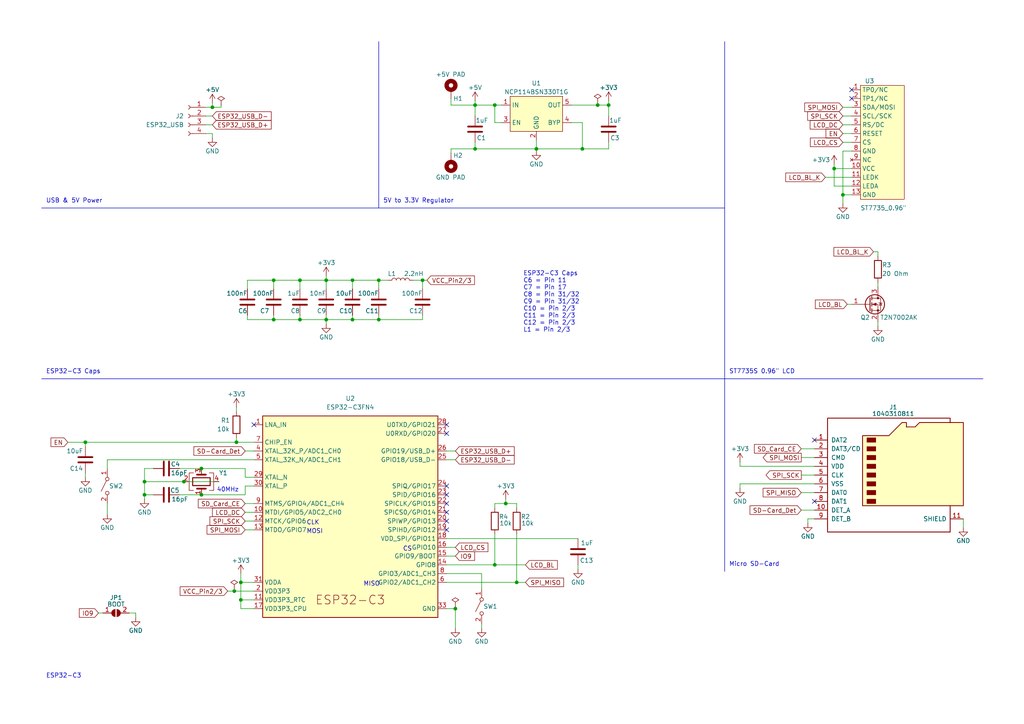
<source format=kicad_sch>
(kicad_sch (version 20230121) (generator eeschema)
  (paper "A4")
  (title_block (title "Switch Ornament") (date "2023-04-07") (rev "1.2"))
  (lib_symbols
    (symbol "Connector:Conn_01x04_Female" (pin_names (offset 1.016) hide)
      (property "Reference" "J" (at 0 5.08 0))
      (property "Value" "Conn_01x04_Female" (at 0 -7.62 0))
      (symbol "Conn_01x04_Female_1_1"
        (arc (start 0 -4.572) (mid -0.5058 -5.08) (end 0 -5.588) (stroke (width 0.1524)))
        (arc (start 0 -2.032) (mid -0.5058 -2.54) (end 0 -3.048) (stroke (width 0.1524)))
        (polyline (pts (xy -1.27 -5.08) (xy -0.508 -5.08)) (stroke (width 0.1524)))
        (polyline (pts (xy -1.27 -2.54) (xy -0.508 -2.54)) (stroke (width 0.1524)))
        (polyline (pts (xy -1.27 0) (xy -0.508 0)) (stroke (width 0.1524)))
        (polyline (pts (xy -1.27 2.54) (xy -0.508 2.54)) (stroke (width 0.1524)))
        (arc (start 0 0.508) (mid -0.5058 0) (end 0 -0.508) (stroke (width 0.1524)))
        (arc (start 0 3.048) (mid -0.5058 2.54) (end 0 2.032) (stroke (width 0.1524)))
        (pin passive line (at -5.08 2.54 0) (length 3.81) (name "Pin_1") (number "1"))
        (pin passive line (at -5.08 0 0) (length 3.81) (name "Pin_2") (number "2"))
        (pin passive line (at -5.08 -2.54 0) (length 3.81) (name "Pin_3") (number "3"))
        (pin passive line (at -5.08 -5.08 0) (length 3.81) (name "Pin_4") (number "4"))
      )
    )
    (symbol "Connector:Micro_SD_Card_Det" (pin_names (offset 1.016))
      (property "Reference" "J" (at -16.51 17.78 0))
      (property "Value" "Micro_SD_Card_Det" (at 16.51 17.78 0))
      (symbol "Micro_SD_Card_Det_0_1"
        (rectangle (start -7.62 -6.985) (end -5.08 -8.255) (fill (type outline)))
        (rectangle (start -7.62 -4.445) (end -5.08 -5.715) (fill (type outline)))
        (rectangle (start -7.62 -1.905) (end -5.08 -3.175) (fill (type outline)))
        (rectangle (start -7.62 0.635) (end -5.08 -0.635) (fill (type outline)))
        (rectangle (start -7.62 3.175) (end -5.08 1.905) (fill (type outline)))
        (rectangle (start -7.62 5.715) (end -5.08 4.445) (fill (type outline)))
        (rectangle (start -7.62 8.255) (end -5.08 6.985) (fill (type outline)))
        (rectangle (start -7.62 10.795) (end -5.08 9.525) (fill (type outline)))
        (polyline (pts (xy 16.51 15.24) (xy 16.51 16.51) (xy -19.05 16.51) (xy -19.05 -16.51) (xy 16.51 -16.51) (xy 16.51 -8.89)) (stroke (width 0.254)))
        (polyline (pts (xy -8.89 -8.89) (xy -8.89 11.43) (xy -1.27 11.43) (xy 2.54 15.24) (xy 3.81 15.24) (xy 3.81 13.97) (xy 6.35 13.97) (xy 7.62 15.24) (xy 20.32 15.24) (xy 20.32 -8.89) (xy -8.89 -8.89)) (stroke (width 0.254)) (fill (type background)))
      )
      (symbol "Micro_SD_Card_Det_1_1"
        (pin bidirectional line (at -22.86 10.16 0) (length 3.81) (name "DAT2") (number "1"))
        (pin passive line (at -22.86 -10.16 0) (length 3.81) (name "DET_A") (number "10"))
        (pin passive line (at 20.32 -12.7 180) (length 3.81) (name "SHIELD") (number "11"))
        (pin bidirectional line (at -22.86 7.62 0) (length 3.81) (name "DAT3/CD") (number "2"))
        (pin input line (at -22.86 5.08 0) (length 3.81) (name "CMD") (number "3"))
        (pin power_in line (at -22.86 2.54 0) (length 3.81) (name "VDD") (number "4"))
        (pin input line (at -22.86 0 0) (length 3.81) (name "CLK") (number "5"))
        (pin power_in line (at -22.86 -2.54 0) (length 3.81) (name "VSS") (number "6"))
        (pin bidirectional line (at -22.86 -5.08 0) (length 3.81) (name "DAT0") (number "7"))
        (pin bidirectional line (at -22.86 -7.62 0) (length 3.81) (name "DAT1") (number "8"))
        (pin passive line (at -22.86 -12.7 0) (length 3.81) (name "DET_B") (number "9"))
      )
    )
    (symbol "Device:C" (pin_numbers hide) (pin_names (offset 0.254))
      (property "Reference" "C" (at 0.635 2.54 0))
      (property "Value" "C" (at 0.635 -2.54 0))
      (symbol "C_0_1"
        (polyline (pts (xy -2.032 -0.762) (xy 2.032 -0.762)) (stroke (width 0.508)))
        (polyline (pts (xy -2.032 0.762) (xy 2.032 0.762)) (stroke (width 0.508)))
      )
      (symbol "C_1_1"
        (pin passive line (at 0 3.81 270) (length 2.794) (name "~") (number "1"))
        (pin passive line (at 0 -3.81 90) (length 2.794) (name "~") (number "2"))
      )
    )
    (symbol "Device:Crystal_GND24" (pin_names (offset 1.016) hide)
      (property "Reference" "Y" (at 3.175 5.08 0))
      (property "Value" "Crystal_GND24" (at 3.175 3.175 0))
      (symbol "Crystal_GND24_0_1"
        (rectangle (start -1.143 2.54) (end 1.143 -2.54) (stroke (width 0.3048)))
        (polyline (pts (xy -2.54 0) (xy -2.032 0)))
        (polyline (pts (xy -2.032 -1.27) (xy -2.032 1.27)) (stroke (width 0.508)))
        (polyline (pts (xy 0 -3.81) (xy 0 -3.556)))
        (polyline (pts (xy 0 3.556) (xy 0 3.81)))
        (polyline (pts (xy 2.032 -1.27) (xy 2.032 1.27)) (stroke (width 0.508)))
        (polyline (pts (xy 2.032 0) (xy 2.54 0)))
        (polyline (pts (xy -2.54 -2.286) (xy -2.54 -3.556) (xy 2.54 -3.556) (xy 2.54 -2.286)))
        (polyline (pts (xy -2.54 2.286) (xy -2.54 3.556) (xy 2.54 3.556) (xy 2.54 2.286)))
      )
      (symbol "Crystal_GND24_1_1"
        (pin passive line (at -3.81 0 0) (length 1.27) (name "1") (number "1"))
        (pin passive line (at 0 5.08 270) (length 1.27) (name "2") (number "2"))
        (pin passive line (at 3.81 0 180) (length 1.27) (name "3") (number "3"))
        (pin passive line (at 0 -5.08 90) (length 1.27) (name "4") (number "4"))
      )
    )
    (symbol "Device:L" (pin_numbers hide) (pin_names (offset 1.016) hide)
      (property "Reference" "L" (at -1.27 0 90))
      (property "Value" "L" (at 1.905 0 90))
      (symbol "L_0_1"
        (arc (start 0 -2.54) (mid 0.6323 -1.905) (end 0 -1.27))
        (arc (start 0 -1.27) (mid 0.6323 -0.635) (end 0 0))
        (arc (start 0 0) (mid 0.6323 0.635) (end 0 1.27))
        (arc (start 0 1.27) (mid 0.6323 1.905) (end 0 2.54))
      )
      (symbol "L_1_1"
        (pin passive line (at 0 3.81 270) (length 1.27) (name "1") (number "1"))
        (pin passive line (at 0 -3.81 90) (length 1.27) (name "2") (number "2"))
      )
    )
    (symbol "Device:R" (pin_numbers hide) (pin_names (offset 0))
      (property "Reference" "R" (at 2.032 0 90))
      (property "Value" "R" (at 0 0 90))
      (symbol "R_0_1"
        (rectangle (start -1.016 -2.54) (end 1.016 2.54) (stroke (width 0.254)))
      )
      (symbol "R_1_1"
        (pin passive line (at 0 3.81 270) (length 1.27) (name "~") (number "1"))
        (pin passive line (at 0 -3.81 90) (length 1.27) (name "~") (number "2"))
      )
    )
    (symbol "Display:ST7735_0.96{dblquote}"
      (property "Reference" "U" (at 1.27 1.27 0))
      (property "Value" "ST7735_0.96{dblquote}" (at 6.35 -34.29 0))
      (symbol "ST7735_0.96{dblquote}_0_1"
        (rectangle (start 0 0) (end 12.7 -33.02) (fill (type background)))
      )
      (symbol "ST7735_0.96{dblquote}_1_1"
        (pin input line (at -2.54 -1.27 0) (length 2.54) (name "TP0/NC") (number "1"))
        (pin input line (at -2.54 -24.13 0) (length 2.54) (name "VCC") (number "10"))
        (pin input line (at -2.54 -26.67 0) (length 2.54) (name "LEDK") (number "11"))
        (pin input line (at -2.54 -29.21 0) (length 2.54) (name "LEDA") (number "12"))
        (pin input line (at -2.54 -31.75 0) (length 2.54) (name "GND") (number "13"))
        (pin input line (at -2.54 -3.81 0) (length 2.54) (name "TP1/NC") (number "2"))
        (pin input line (at -2.54 -6.35 0) (length 2.54) (name "SDA/MOSI") (number "3"))
        (pin input line (at -2.54 -8.89 0) (length 2.54) (name "SCL/SCK") (number "4"))
        (pin input line (at -2.54 -11.43 0) (length 2.54) (name "RS/DC") (number "5"))
        (pin input line (at -2.54 -13.97 0) (length 2.54) (name "RESET") (number "6"))
        (pin input line (at -2.54 -16.51 0) (length 2.54) (name "CS") (number "7"))
        (pin input line (at -2.54 -19.05 0) (length 2.54) (name "GND") (number "8"))
        (pin no_connect line (at -2.54 -21.59 0) (length 2.54) (name "NC") (number "9"))
      )
    )
    (symbol "Espressif:ESP32-C3"
      (property "Reference" "U" (at -25.4 35.56 0))
      (property "Value" "ESP32-C3" (at -25.4 33.02 0))
      (symbol "ESP32-C3_0_0"
        (text "ESP32-C3" (at 0 -22.86 0) (effects (font (size 2.54 2.54))))
        (pin bidirectional line (at -27.94 27.94 0) (length 2.54) (name "LNA_IN") (number "1"))
        (pin bidirectional line (at -27.94 2.54 0) (length 2.54) (name "MTDI/GPIO5/ADC2_CH0") (number "10"))
        (pin power_in line (at -27.94 -22.86 0) (length 2.54) (name "VDD3P3_RTC") (number "11"))
        (pin bidirectional line (at -27.94 0 0) (length 2.54) (name "MTCK/GPIO6") (number "12"))
        (pin bidirectional line (at -27.94 -2.54 0) (length 2.54) (name "MTDO/GPIO7") (number "13"))
        (pin bidirectional line (at 27.94 -12.7 180) (length 2.54) (name "GPIO8") (number "14"))
        (pin bidirectional line (at 27.94 -10.16 180) (length 2.54) (name "GPIO9/BOOT") (number "15"))
        (pin bidirectional line (at 27.94 -7.62 180) (length 2.54) (name "GPIO10") (number "16"))
        (pin power_in line (at -27.94 -25.4 0) (length 2.54) (name "VDD3P3_CPU") (number "17"))
        (pin bidirectional line (at 27.94 -5.08 180) (length 2.54) (name "VDD_SPI/GPIO11") (number "18"))
        (pin bidirectional line (at 27.94 -2.54 180) (length 2.54) (name "SPIHD/GPIO12") (number "19"))
        (pin power_in line (at -27.94 -20.32 0) (length 2.54) (name "VDD3P3") (number "2"))
        (pin bidirectional line (at 27.94 0 180) (length 2.54) (name "SPIWP/GPIO13") (number "20"))
        (pin bidirectional line (at 27.94 2.54 180) (length 2.54) (name "SPICS0/GPIO14") (number "21"))
        (pin bidirectional line (at 27.94 5.08 180) (length 2.54) (name "SPICLK/GPIO15") (number "22"))
        (pin bidirectional line (at 27.94 7.62 180) (length 2.54) (name "SPID/GPIO16") (number "23"))
        (pin bidirectional line (at 27.94 10.16 180) (length 2.54) (name "SPIQ/GPIO17") (number "24"))
        (pin bidirectional line (at 27.94 17.78 180) (length 2.54) (name "GPIO18/USB_D-") (number "25"))
        (pin bidirectional line (at 27.94 20.32 180) (length 2.54) (name "GPIO19/USB_D+") (number "26"))
        (pin bidirectional line (at 27.94 25.4 180) (length 2.54) (name "U0RXD/GPIO20") (number "27"))
        (pin bidirectional line (at 27.94 27.94 180) (length 2.54) (name "U0TXD/GPIO21") (number "28"))
        (pin output line (at -27.94 12.7 0) (length 2.54) (name "XTAL_N") (number "29"))
        (pin input line (at -27.94 10.16 0) (length 2.54) (name "XTAL_P") (number "30"))
        (pin power_in line (at -27.94 -17.78 0) (length 2.54) (name "VDDA") (number "31"))
        (pin power_in line (at 27.94 -25.4 180) (length 2.54) (name "GND") (number "33"))
        (pin output line (at -27.94 20.32 0) (length 2.54) (name "XTAL_32K_P/ADC1_CH0") (number "4"))
        (pin input line (at -27.94 17.78 0) (length 2.54) (name "XTAL_32K_N/ADC1_CH1") (number "5"))
        (pin bidirectional line (at 27.94 -17.78 180) (length 2.54) (name "GPIO2/ADC1_CH2") (number "6"))
        (pin input line (at -27.94 22.86 0) (length 2.54) (name "CHIP_EN") (number "7"))
        (pin bidirectional line (at 27.94 -15.24 180) (length 2.54) (name "GPIO3/ADC1_CH3") (number "8"))
        (pin bidirectional line (at -27.94 5.08 0) (length 2.54) (name "MTMS/GPIO4/ADC1_CH4") (number "9"))
      )
      (symbol "ESP32-C3_0_1"
        (rectangle (start -25.4 30.48) (end 25.4 -27.94) (stroke (width 0.254)) (fill (type background)))
        (pin passive line (at -27.94 -20.32 0) (length 2.54) hide (name "VDD3P3") (number "3"))
        (pin passive line (at -27.94 -17.78 0) (length 2.54) hide (name "VDDA") (number "32"))
      )
    )
    (symbol "Jumper:SolderJumper_2_Open" (pin_names (offset 0) hide)
      (property "Reference" "JP" (at 0 2.032 0))
      (property "Value" "SolderJumper_2_Open" (at 0 -2.54 0))
      (symbol "SolderJumper_2_Open_0_1"
        (arc (start -0.254 1.016) (mid -1.2656 0) (end -0.254 -1.016))
        (arc (start -0.254 1.016) (mid -1.2656 0) (end -0.254 -1.016) (fill (type outline)))
        (polyline (pts (xy -0.254 1.016) (xy -0.254 -1.016)))
        (polyline (pts (xy 0.254 1.016) (xy 0.254 -1.016)))
        (arc (start 0.254 -1.016) (mid 1.2656 0) (end 0.254 1.016))
        (arc (start 0.254 -1.016) (mid 1.2656 0) (end 0.254 1.016) (fill (type outline)))
      )
      (symbol "SolderJumper_2_Open_1_1"
        (pin passive line (at -3.81 0 0) (length 2.54) (name "A") (number "1"))
        (pin passive line (at 3.81 0 180) (length 2.54) (name "B") (number "2"))
      )
    )
    (symbol "Mechanical:MountingHole_Pad" (pin_numbers hide) (pin_names (offset 1.016) hide)
      (property "Reference" "H" (at 0 6.35 0))
      (property "Value" "MountingHole_Pad" (at 0 4.445 0))
      (symbol "MountingHole_Pad_0_1"
        (circle (center 0 1.27) (radius 1.27) (stroke (width 1.27)))
      )
      (symbol "MountingHole_Pad_1_1"
        (pin input line (at 0 -2.54 90) (length 2.54) (name "1") (number "1"))
      )
    )
    (symbol "NCP700BSN33T1G:NCP700BSN33T1G"
      (property "Reference" "U" (at 0 11.43 0))
      (property "Value" "NCP700BSN33T1G" (at 0 8.89 0))
      (symbol "NCP700BSN33T1G_0_1"
        (rectangle (start -7.62 7.62) (end 7.62 -2.54) (fill (type background)))
      )
      (symbol "NCP700BSN33T1G_1_1"
        (pin input line (at -10.16 5.08 0) (length 2.54) (name "IN") (number "1"))
        (pin input line (at 0 -5.08 90) (length 2.54) (name "GND") (number "2"))
        (pin input line (at -10.16 0 0) (length 2.54) (name "EN") (number "3"))
        (pin input line (at 10.16 0 180) (length 2.54) (name "BYP") (number "4"))
        (pin input line (at 10.16 5.08 180) (length 2.54) (name "OUT") (number "5"))
      )
    )
    (symbol "Switch:SW_SPST" (pin_names (offset 0) hide)
      (property "Reference" "SW" (at 0 3.175 0))
      (property "Value" "SW_SPST" (at 0 -2.54 0))
      (symbol "SW_SPST_0_0"
        (circle (center -2.032 0) (radius 0.508))
        (polyline (pts (xy -1.524 0.254) (xy 1.524 1.778)))
        (circle (center 2.032 0) (radius 0.508))
      )
      (symbol "SW_SPST_1_1"
        (pin passive line (at -5.08 0 0) (length 2.54) (name "A") (number "1"))
        (pin passive line (at 5.08 0 180) (length 2.54) (name "B") (number "2"))
      )
    )
    (symbol "Transistor_FET:2N7002E" (pin_names hide)
      (property "Reference" "Q" (at 5.08 1.905 0))
      (property "Value" "2N7002E" (at 5.08 0 0))
      (symbol "2N7002E_0_1"
        (polyline (pts (xy 0.254 0) (xy -2.54 0)))
        (polyline (pts (xy 0.254 1.905) (xy 0.254 -1.905)) (stroke (width 0.254)))
        (polyline (pts (xy 0.762 -1.27) (xy 0.762 -2.286)) (stroke (width 0.254)))
        (polyline (pts (xy 0.762 0.508) (xy 0.762 -0.508)) (stroke (width 0.254)))
        (polyline (pts (xy 0.762 2.286) (xy 0.762 1.27)) (stroke (width 0.254)))
        (polyline (pts (xy 2.54 2.54) (xy 2.54 1.778)))
        (polyline (pts (xy 2.54 -2.54) (xy 2.54 0) (xy 0.762 0)))
        (polyline (pts (xy 0.762 -1.778) (xy 3.302 -1.778) (xy 3.302 1.778) (xy 0.762 1.778)))
        (polyline (pts (xy 1.016 0) (xy 2.032 0.381) (xy 2.032 -0.381) (xy 1.016 0)) (fill (type outline)))
        (polyline (pts (xy 2.794 0.508) (xy 2.921 0.381) (xy 3.683 0.381) (xy 3.81 0.254)))
        (polyline (pts (xy 3.302 0.381) (xy 2.921 -0.254) (xy 3.683 -0.254) (xy 3.302 0.381)))
        (circle (center 1.651 0) (radius 2.794) (stroke (width 0.254)))
        (circle (center 2.54 -1.778) (radius 0.254) (fill (type outline)))
        (circle (center 2.54 1.778) (radius 0.254) (fill (type outline)))
      )
      (symbol "2N7002E_1_1"
        (pin input line (at -5.08 0 0) (length 2.54) (name "G") (number "1"))
        (pin passive line (at 2.54 -5.08 90) (length 2.54) (name "S") (number "2"))
        (pin passive line (at 2.54 5.08 270) (length 2.54) (name "D") (number "3"))
      )
    )
    (symbol "power:+3V3" (power) (pin_names (offset 0))
      (property "Value" "+3V3" (at 0 3.556 0))
      (symbol "+3V3_0_1"
        (polyline (pts (xy -0.762 1.27) (xy 0 2.54)))
        (polyline (pts (xy 0 0) (xy 0 2.54)))
        (polyline (pts (xy 0 2.54) (xy 0.762 1.27)))
      )
      (symbol "+3V3_1_1"
        (pin power_in line (at 0 0 90) (length 0) hide (name "+3V3") (number "1"))
      )
    )
    (symbol "power:+5V" (power) (pin_names (offset 0))
      (property "Value" "+5V" (at 0 3.556 0))
      (symbol "+5V_0_1"
        (polyline (pts (xy -0.762 1.27) (xy 0 2.54)))
        (polyline (pts (xy 0 0) (xy 0 2.54)))
        (polyline (pts (xy 0 2.54) (xy 0.762 1.27)))
      )
      (symbol "+5V_1_1"
        (pin power_in line (at 0 0 90) (length 0) hide (name "+5V") (number "1"))
      )
    )
    (symbol "power:GND" (power) (pin_names (offset 0))
      (property "Value" "GND" (at 0 -3.81 0))
      (symbol "GND_0_1"
        (polyline (pts (xy 0 0) (xy 0 -1.27) (xy 1.27 -1.27) (xy 0 -2.54) (xy -1.27 -1.27) (xy 0 -1.27)))
      )
      (symbol "GND_1_1"
        (pin power_in line (at 0 0 270) (length 0) hide (name "GND") (number "1"))
      )
    )
    (symbol "power:PWR_FLAG" (power) (pin_numbers hide) (pin_names (offset 0) hide)
      (property "Value" "PWR_FLAG" (at 0 3.81 0))
      (symbol "PWR_FLAG_0_0"
        (pin power_out line (at 0 0 90) (length 0) (name "pwr") (number "1"))
      )
      (symbol "PWR_FLAG_0_1"
        (polyline (pts (xy 0 0) (xy 0 1.27) (xy -1.016 1.905) (xy 0 2.54) (xy 1.016 1.905) (xy 0 1.27)))
      )
    )
  )
  (junction (at 244.475 56.515))
  (junction (at 143.51 163.83))
  (junction (at 86.995 81.28))
  (junction (at 58.42 135.89))
  (junction (at 143.51 30.48))
  (junction (at 109.855 81.28))
  (junction (at 173.355 30.48))
  (junction (at 146.685 146.05))
  (junction (at 61.595 31.115))
  (junction (at 94.615 81.28))
  (junction (at 68.58 128.27))
  (junction (at 69.85 173.99))
  (junction (at 137.795 30.48))
  (junction (at 79.375 92.71))
  (junction (at 86.995 92.71))
  (junction (at 67.945 171.45))
  (junction (at 109.855 92.71))
  (junction (at 58.42 143.51))
  (junction (at 168.91 43.18))
  (junction (at 137.795 43.18))
  (junction (at 79.375 81.28))
  (junction (at 176.53 30.48))
  (junction (at 155.575 43.18))
  (junction (at 122.555 81.28))
  (junction (at 53.34 139.7))
  (junction (at 102.235 81.28))
  (junction (at 41.91 143.51))
  (junction (at 69.85 168.91))
  (junction (at 102.235 92.71))
  (junction (at 241.935 48.895))
  (junction (at 94.615 92.71))
  (junction (at 24.765 128.27))
  (junction (at 41.91 139.7))
  (junction (at 132.08 176.53))
  (junction (at 149.86 168.91))
  (no_connect (at 129.54 146.05))
  (no_connect (at 129.54 153.67))
  (no_connect (at 129.54 151.13))
  (no_connect (at 129.54 143.51))
  (no_connect (at 236.22 127.635))
  (no_connect (at 247.015 28.575))
  (no_connect (at 247.015 26.035))
  (no_connect (at 129.54 148.59))
  (no_connect (at 73.66 123.19))
  (no_connect (at 129.54 123.19))
  (no_connect (at 129.54 125.73))
  (no_connect (at 129.54 140.97))
  (no_connect (at 236.22 145.415))
  (wire (pts (xy 173.355 30.48) (xy 176.53 30.48)))
  (wire (pts (xy 143.51 163.83) (xy 152.4 163.83)))
  (wire (pts (xy 94.615 80.01) (xy 94.615 81.28)))
  (wire (pts (xy 146.685 144.78) (xy 146.685 146.05)))
  (wire (pts (xy 132.08 176.53) (xy 129.54 176.53)))
  (wire (pts (xy 244.475 31.115) (xy 247.015 31.115)))
  (wire (pts (xy 129.54 168.91) (xy 149.86 168.91)))
  (wire (pts (xy 234.315 150.495) (xy 236.22 150.495)))
  (wire (pts (xy 253.365 73.025) (xy 254.635 73.025)))
  (wire (pts (xy 71.755 81.28) (xy 79.375 81.28)))
  (wire (pts (xy 71.755 81.28) (xy 71.755 83.82)))
  (wire (pts (xy 149.86 168.91) (xy 152.4 168.91)))
  (wire (pts (xy 61.595 29.845) (xy 61.595 31.115)))
  (wire (pts (xy 122.555 92.71) (xy 109.855 92.71)))
  (wire (pts (xy 52.07 143.51) (xy 58.42 143.51)))
  (wire (pts (xy 137.795 30.48) (xy 137.795 33.655)))
  (wire (pts (xy 109.855 81.28) (xy 102.235 81.28)))
  (wire (pts (xy 86.995 92.71) (xy 94.615 92.71)))
  (wire (pts (xy 247.015 43.815) (xy 244.475 43.815)))
  (wire (pts (xy 123.825 81.28) (xy 122.555 81.28)))
  (wire (pts (xy 79.375 92.71) (xy 86.995 92.71)))
  (wire (pts (xy 67.945 170.815) (xy 67.945 171.45)))
  (wire (pts (xy 19.685 128.27) (xy 24.765 128.27)))
  (wire (pts (xy 61.595 33.655) (xy 59.69 33.655)))
  (wire (pts (xy 245.745 88.265) (xy 247.015 88.265)))
  (wire (pts (xy 168.91 35.56) (xy 168.91 43.18)))
  (wire (pts (xy 53.34 139.7) (xy 63.5 139.7)))
  (wire (pts (xy 122.555 91.44) (xy 122.555 92.71)))
  (wire (pts (xy 132.08 130.81) (xy 129.54 130.81)))
  (wire (pts (xy 41.91 143.51) (xy 41.91 144.78)))
  (wire (pts (xy 149.86 154.94) (xy 149.86 168.91)))
  (wire (pts (xy 86.995 91.44) (xy 86.995 92.71)))
  (wire (pts (xy 102.235 81.28) (xy 94.615 81.28)))
  (wire (pts (xy 73.66 138.43) (xy 71.12 138.43)))
  (wire (pts (xy 24.765 128.27) (xy 68.58 128.27)))
  (wire (pts (xy 69.85 168.91) (xy 69.85 173.99)))
  (wire (pts (xy 254.635 81.915) (xy 254.635 83.185)))
  (wire (pts (xy 71.12 140.97) (xy 71.12 143.51)))
  (wire (pts (xy 41.91 143.51) (xy 44.45 143.51)))
  (wire (pts (xy 232.41 137.795) (xy 236.22 137.795)))
  (wire (pts (xy 94.615 92.71) (xy 94.615 91.44)))
  (wire (pts (xy 155.575 43.18) (xy 168.91 43.18)))
  (wire (pts (xy 143.51 35.56) (xy 143.51 30.48)))
  (wire (pts (xy 71.755 91.44) (xy 71.755 92.71)))
  (polyline (pts (xy 12.065 60.325) (xy 210.185 60.325)))
  (wire (pts (xy 102.235 83.82) (xy 102.235 81.28)))
  (wire (pts (xy 139.7 166.37) (xy 139.7 170.815)))
  (wire (pts (xy 137.795 41.275) (xy 137.795 43.18)))
  (wire (pts (xy 44.45 135.89) (xy 41.91 135.89)))
  (wire (pts (xy 68.58 118.11) (xy 68.58 119.38)))
  (wire (pts (xy 129.54 163.83) (xy 143.51 163.83)))
  (wire (pts (xy 58.42 135.89) (xy 71.12 135.89)))
  (wire (pts (xy 143.51 163.83) (xy 143.51 154.94)))
  (wire (pts (xy 232.41 132.715) (xy 236.22 132.715)))
  (wire (pts (xy 244.475 56.515) (xy 247.015 56.515)))
  (wire (pts (xy 129.54 158.75) (xy 132.08 158.75)))
  (wire (pts (xy 244.475 43.815) (xy 244.475 56.515)))
  (wire (pts (xy 214.63 133.985) (xy 214.63 135.255)))
  (wire (pts (xy 109.855 81.28) (xy 109.855 83.82)))
  (wire (pts (xy 68.58 128.27) (xy 73.66 128.27)))
  (wire (pts (xy 247.015 53.975) (xy 241.935 53.975)))
  (wire (pts (xy 143.51 35.56) (xy 145.415 35.56)))
  (wire (pts (xy 39.37 177.8) (xy 37.465 177.8)))
  (wire (pts (xy 176.53 41.275) (xy 176.53 43.18)))
  (wire (pts (xy 102.235 92.71) (xy 94.615 92.71)))
  (wire (pts (xy 86.995 81.28) (xy 86.995 83.82)))
  (wire (pts (xy 24.765 128.27) (xy 24.765 129.54)))
  (wire (pts (xy 71.12 130.81) (xy 73.66 130.81)))
  (wire (pts (xy 149.86 146.05) (xy 146.685 146.05)))
  (wire (pts (xy 79.375 81.28) (xy 86.995 81.28)))
  (wire (pts (xy 143.51 30.48) (xy 145.415 30.48)))
  (wire (pts (xy 31.115 133.35) (xy 73.66 133.35)))
  (wire (pts (xy 130.81 28.575) (xy 130.81 30.48)))
  (wire (pts (xy 71.755 92.71) (xy 79.375 92.71)))
  (wire (pts (xy 109.855 92.71) (xy 102.235 92.71)))
  (wire (pts (xy 254.635 93.345) (xy 254.635 94.615)))
  (wire (pts (xy 279.4 150.495) (xy 279.4 153.035)))
  (wire (pts (xy 130.81 43.18) (xy 137.795 43.18)))
  (wire (pts (xy 122.555 81.28) (xy 122.555 83.82)))
  (wire (pts (xy 241.935 53.975) (xy 241.935 48.895)))
  (wire (pts (xy 41.91 139.7) (xy 53.34 139.7)))
  (wire (pts (xy 137.795 29.21) (xy 137.795 30.48)))
  (wire (pts (xy 73.66 140.97) (xy 71.12 140.97)))
  (wire (pts (xy 129.54 156.21) (xy 167.64 156.21)))
  (wire (pts (xy 165.735 35.56) (xy 168.91 35.56)))
  (wire (pts (xy 71.12 138.43) (xy 71.12 135.89)))
  (wire (pts (xy 241.935 48.895) (xy 247.015 48.895)))
  (wire (pts (xy 69.85 173.99) (xy 69.85 176.53)))
  (wire (pts (xy 71.12 153.67) (xy 73.66 153.67)))
  (wire (pts (xy 58.42 143.51) (xy 71.12 143.51)))
  (wire (pts (xy 31.115 135.89) (xy 31.115 133.35)))
  (wire (pts (xy 73.66 173.99) (xy 69.85 173.99)))
  (polyline (pts (xy 210.185 12.065) (xy 210.185 165.735)))
  (wire (pts (xy 52.07 135.89) (xy 58.42 135.89)))
  (wire (pts (xy 66.04 171.45) (xy 67.945 171.45)))
  (wire (pts (xy 94.615 92.71) (xy 94.615 93.98)))
  (wire (pts (xy 28.575 177.8) (xy 29.845 177.8)))
  (wire (pts (xy 61.595 36.195) (xy 59.69 36.195)))
  (wire (pts (xy 129.54 166.37) (xy 139.7 166.37)))
  (wire (pts (xy 71.12 151.13) (xy 73.66 151.13)))
  (wire (pts (xy 173.355 29.845) (xy 173.355 30.48)))
  (wire (pts (xy 155.575 43.815) (xy 155.575 43.18)))
  (wire (pts (xy 214.63 141.605) (xy 214.63 140.335)))
  (wire (pts (xy 254.635 73.025) (xy 254.635 74.295)))
  (wire (pts (xy 139.7 180.975) (xy 139.7 182.245)))
  (polyline (pts (xy 109.855 12.065) (xy 109.855 60.325)))
  (wire (pts (xy 176.53 29.21) (xy 176.53 30.48)))
  (wire (pts (xy 69.85 168.91) (xy 73.66 168.91)))
  (wire (pts (xy 244.475 36.195) (xy 247.015 36.195)))
  (wire (pts (xy 143.51 30.48) (xy 137.795 30.48)))
  (wire (pts (xy 132.08 175.895) (xy 132.08 176.53)))
  (wire (pts (xy 68.58 127) (xy 68.58 128.27)))
  (wire (pts (xy 132.08 182.245) (xy 132.08 176.53)))
  (wire (pts (xy 79.375 81.28) (xy 79.375 83.82)))
  (wire (pts (xy 112.395 81.28) (xy 109.855 81.28)))
  (wire (pts (xy 143.51 146.05) (xy 143.51 147.32)))
  (wire (pts (xy 39.37 179.07) (xy 39.37 177.8)))
  (wire (pts (xy 31.115 146.05) (xy 31.115 149.225)))
  (wire (pts (xy 67.945 171.45) (xy 73.66 171.45)))
  (wire (pts (xy 244.475 41.275) (xy 247.015 41.275)))
  (wire (pts (xy 61.595 38.735) (xy 61.595 40.005)))
  (wire (pts (xy 79.375 91.44) (xy 79.375 92.71)))
  (wire (pts (xy 41.91 139.7) (xy 41.91 143.51)))
  (wire (pts (xy 241.935 47.625) (xy 241.935 48.895)))
  (wire (pts (xy 73.66 176.53) (xy 69.85 176.53)))
  (wire (pts (xy 41.91 135.89) (xy 41.91 139.7)))
  (wire (pts (xy 155.575 40.64) (xy 155.575 43.18)))
  (wire (pts (xy 214.63 140.335) (xy 236.22 140.335)))
  (wire (pts (xy 61.595 38.735) (xy 59.69 38.735)))
  (wire (pts (xy 64.135 30.48) (xy 64.135 31.115)))
  (wire (pts (xy 232.41 142.875) (xy 236.22 142.875)))
  (wire (pts (xy 71.12 148.59) (xy 73.66 148.59)))
  (wire (pts (xy 234.315 151.765) (xy 234.315 150.495)))
  (wire (pts (xy 176.53 33.655) (xy 176.53 30.48)))
  (wire (pts (xy 244.475 59.055) (xy 244.475 56.515)))
  (wire (pts (xy 129.54 161.29) (xy 132.08 161.29)))
  (wire (pts (xy 94.615 81.28) (xy 94.615 83.82)))
  (wire (pts (xy 167.64 165.1) (xy 167.64 163.83)))
  (wire (pts (xy 64.135 31.115) (xy 61.595 31.115)))
  (wire (pts (xy 244.475 33.655) (xy 247.015 33.655)))
  (wire (pts (xy 214.63 135.255) (xy 236.22 135.255)))
  (polyline (pts (xy 12.065 109.855) (xy 285.115 109.855)))
  (wire (pts (xy 130.81 44.45) (xy 130.81 43.18)))
  (wire (pts (xy 176.53 43.18) (xy 168.91 43.18)))
  (wire (pts (xy 71.12 146.05) (xy 73.66 146.05)))
  (wire (pts (xy 232.41 130.175) (xy 236.22 130.175)))
  (wire (pts (xy 130.81 30.48) (xy 137.795 30.48)))
  (wire (pts (xy 165.735 30.48) (xy 173.355 30.48)))
  (wire (pts (xy 69.85 168.91) (xy 69.85 166.37)))
  (wire (pts (xy 86.995 81.28) (xy 94.615 81.28)))
  (wire (pts (xy 132.08 133.35) (xy 129.54 133.35)))
  (wire (pts (xy 244.475 38.735) (xy 247.015 38.735)))
  (wire (pts (xy 232.41 147.955) (xy 236.22 147.955)))
  (wire (pts (xy 24.765 138.43) (xy 24.765 137.16)))
  (wire (pts (xy 122.555 81.28) (xy 120.015 81.28)))
  (wire (pts (xy 239.395 51.435) (xy 247.015 51.435)))
  (wire (pts (xy 109.855 91.44) (xy 109.855 92.71)))
  (wire (pts (xy 149.86 146.05) (xy 149.86 147.32)))
  (wire (pts (xy 146.685 146.05) (xy 143.51 146.05)))
  (wire (pts (xy 102.235 91.44) (xy 102.235 92.71)))
  (wire (pts (xy 61.595 31.115) (xy 59.69 31.115)))
  (wire (pts (xy 137.795 43.18) (xy 155.575 43.18)))
  (text "ST7735S 0.96\" LCD" (at 211.455 108.585 0) (effects (font (size 1.27 1.27)) (justify left bottom)))
  (text "CLK" (at 88.9 152.4 0) (effects (font (size 1.27 1.27)) (justify left bottom)))
  (text "40MHz" (at 62.865 142.875 0) (effects (font (size 1.27 1.27)) (justify left bottom)))
  (text "USB & 5V Power" (at 13.335 59.055 0) (effects (font (size 1.27 1.27)) (justify left bottom)))
  (text "CS" (at 116.84 160.02 0) (effects (font (size 1.27 1.27)) (justify left bottom)))
  (text "ESP32-C3 Caps" (at 13.335 108.585 0) (effects (font (size 1.27 1.27)) (justify left bottom)))
  (text "MOSI" (at 88.9 154.94 0) (effects (font (size 1.27 1.27)) (justify left bottom)))
  (text "Micro SD-Card" (at 211.455 164.465 0) (effects (font (size 1.27 1.27)) (justify left bottom)))
  (text "ESP32-C3 Caps\nC6 = Pin 11\nC7 = Pin 17\nC8 = Pin 31/32\nC9 = Pin 31/32\nC10 = Pin 2/3\nC11 = Pin 2/3\nC12 = Pin 2/3\nL1 = Pin 2/3" (at 151.765 96.52 0) (effects (font (size 1.27 1.27)) (justify left bottom)))
  (text "MISO" (at 105.41 170.18 0) (effects (font (size 1.27 1.27)) (justify left bottom)))
  (text "ESP32-C3" (at 13.335 196.85 0) (effects (font (size 1.27 1.27)) (justify left bottom)))
  (text "5V to 3.3V Regulator" (at 111.125 59.055 0) (effects (font (size 1.27 1.27)) (justify left bottom)))
  (global_label "IO9" (shape input) (at 132.08 161.29 0) (property "Intersheetrefs" "${INTERSHEET_REFS}" (effects hide)))
  (global_label "SD_Card_CE" (shape input) (at 71.12 146.05 180) (property "Intersheetrefs" "${INTERSHEET_REFS}" (effects hide)))
  (global_label "ESP32_USB_D-" (shape input) (at 61.595 33.655 0) (property "Intersheetrefs" "${INTERSHEET_REFS}" (effects hide)))
  (global_label "SPI_MISO" (shape input) (at 232.41 142.875 180) (property "Intersheetrefs" "${INTERSHEET_REFS}" (effects hide)))
  (global_label "LCD_BL" (shape input) (at 245.745 88.265 180) (property "Intersheetrefs" "${INTERSHEET_REFS}" (effects hide)))
  (global_label "VCC_Pin2{slash}3" (shape input) (at 123.825 81.28 0) (property "Intersheetrefs" "${INTERSHEET_REFS}" (effects hide)))
  (global_label "LCD_DC" (shape input) (at 244.475 36.195 180) (property "Intersheetrefs" "${INTERSHEET_REFS}" (effects hide)))
  (global_label "VCC_Pin2{slash}3" (shape input) (at 66.04 171.45 180) (property "Intersheetrefs" "${INTERSHEET_REFS}" (effects hide)))
  (global_label "SD-Card_Det" (shape input) (at 71.12 130.81 180) (property "Intersheetrefs" "${INTERSHEET_REFS}" (effects hide)))
  (global_label "SPI_MOSI" (shape output) (at 232.41 132.715 180) (property "Intersheetrefs" "${INTERSHEET_REFS}" (effects hide)))
  (global_label "LCD_CS" (shape input) (at 132.08 158.75 0) (property "Intersheetrefs" "${INTERSHEET_REFS}" (effects hide)))
  (global_label "SD_Card_CE" (shape input) (at 232.41 130.175 180) (property "Intersheetrefs" "${INTERSHEET_REFS}" (effects hide)))
  (global_label "LCD_CS" (shape input) (at 244.475 41.275 180) (property "Intersheetrefs" "${INTERSHEET_REFS}" (effects hide)))
  (global_label "SPI_SCK" (shape input) (at 244.475 33.655 180) (property "Intersheetrefs" "${INTERSHEET_REFS}" (effects hide)))
  (global_label "EN" (shape input) (at 19.685 128.27 180) (property "Intersheetrefs" "${INTERSHEET_REFS}" (effects hide)))
  (global_label "SPI_SCK" (shape input) (at 71.12 151.13 180) (property "Intersheetrefs" "${INTERSHEET_REFS}" (effects hide)))
  (global_label "ESP32_USB_D+" (shape input) (at 61.595 36.195 0) (property "Intersheetrefs" "${INTERSHEET_REFS}" (effects hide)))
  (global_label "ESP32_USB_D-" (shape input) (at 132.08 133.35 0) (property "Intersheetrefs" "${INTERSHEET_REFS}" (effects hide)))
  (global_label "ESP32_USB_D+" (shape input) (at 132.08 130.81 0) (property "Intersheetrefs" "${INTERSHEET_REFS}" (effects hide)))
  (global_label "SD-Card_Det" (shape input) (at 232.41 147.955 180) (property "Intersheetrefs" "${INTERSHEET_REFS}" (effects hide)))
  (global_label "SPI_MISO" (shape input) (at 152.4 168.91 0) (property "Intersheetrefs" "${INTERSHEET_REFS}" (effects hide)))
  (global_label "SPI_SCK" (shape output) (at 232.41 137.795 180) (property "Intersheetrefs" "${INTERSHEET_REFS}" (effects hide)))
  (global_label "LCD_BL_K" (shape input) (at 253.365 73.025 180) (property "Intersheetrefs" "${INTERSHEET_REFS}" (effects hide)))
  (global_label "LCD_BL" (shape input) (at 152.4 163.83 0) (property "Intersheetrefs" "${INTERSHEET_REFS}" (effects hide)))
  (global_label "IO9" (shape input) (at 28.575 177.8 180) (property "Intersheetrefs" "${INTERSHEET_REFS}" (effects hide)))
  (global_label "LCD_BL_K" (shape input) (at 239.395 51.435 180) (property "Intersheetrefs" "${INTERSHEET_REFS}" (effects hide)))
  (global_label "EN" (shape input) (at 244.475 38.735 180) (property "Intersheetrefs" "${INTERSHEET_REFS}" (effects hide)))
  (global_label "SPI_MOSI" (shape input) (at 244.475 31.115 180) (property "Intersheetrefs" "${INTERSHEET_REFS}" (effects hide)))
  (global_label "LCD_DC" (shape input) (at 71.12 148.59 180) (property "Intersheetrefs" "${INTERSHEET_REFS}" (effects hide)))
  (global_label "SPI_MOSI" (shape input) (at 71.12 153.67 180) (property "Intersheetrefs" "${INTERSHEET_REFS}" (effects hide)))
  (symbol (lib_id "power:GND") (at 39.37 179.07 0) (unit 1)
    (property "Reference" "#PWR0102" (effects hide))
    (property "Value" "GND" (at 39.37 182.88 0))
  )
  (symbol (lib_id "Device:C") (at 167.64 160.02 180) (unit 1)
    (property "Reference" "C13" (at 172.085 162.56 0) (effects (justify left)))
    (property "Value" "1uF" (at 172.085 157.48 0) (effects (justify left)))
    (property "Footprint" "Capacitor_SMD:C_0603_1608Metric" (effects hide))
  )
  (symbol (lib_id "Switch:SW_SPST") (at 31.115 140.97 90) (mirror x) (unit 1)
    (property "Reference" "SW2" (at 33.655 140.97 90))
    (property "Value" "EVP-BB2A9B000" (effects hide))
    (property "Footprint" "Button_ext:EVPBB" (effects hide))
  )
  (symbol (lib_id "Display:ST7735_0.96{dblquote}") (at 249.555 24.765 0) (unit 1)
    (property "Reference" "U3" (at 250.825 23.495 0) (effects (justify left)))
    (property "Value" "ST7735_0.96\"" (at 249.555 60.325 0) (effects (justify left)))
    (property "Footprint" "Display_ext:ST7735S 0.96" (effects hide))
  )
  (symbol (lib_id "power:PWR_FLAG") (at 173.355 29.845 0) (unit 1)
    (property "Reference" "#FLG01" (effects hide))
    (property "Value" "PWR_FLAG" (effects hide))
  )
  (symbol (lib_id "power:PWR_FLAG") (at 64.135 30.48 0) (mirror y) (unit 1)
    (property "Reference" "#FLG03" (effects hide))
    (property "Value" "PWR_FLAG" (effects hide))
  )
  (symbol (lib_id "power:GND") (at 61.595 40.005 0) (mirror y) (unit 1)
    (property "Reference" "#PWR020" (effects hide))
    (property "Value" "GND" (at 61.595 43.815 0))
  )
  (symbol (lib_id "Device:R") (at 143.51 151.13 180) (unit 1)
    (property "Reference" "R4" (at 146.05 149.86 0))
    (property "Value" "10k" (at 146.685 151.765 0))
    (property "Footprint" "Resistor_SMD:R_0603_1608Metric" (effects hide))
  )
  (symbol (lib_id "Device:C") (at 79.375 87.63 180) (unit 1)
    (property "Reference" "C7" (at 78.105 90.17 0) (effects (justify left)))
    (property "Value" "100nF" (at 79.375 85.09 0) (effects (justify left)))
    (property "Footprint" "Capacitor_SMD:C_0603_1608Metric" (effects hide))
  )
  (symbol (lib_id "NCP700BSN33T1G:NCP700BSN33T1G") (at 155.575 35.56 0) (unit 1)
    (property "Reference" "U1" (at 155.575 24.13 0))
    (property "Value" "NCP114BSN330T1G" (at 155.575 26.67 0))
    (property "Footprint" "Package_SO:TSOP-5_1.65x3.05mm_P0.95mm" (effects hide))
  )
  (symbol (lib_id "Device:C") (at 24.765 133.35 180) (unit 1)
    (property "Reference" "C14" (at 24.13 135.89 0) (effects (justify left)))
    (property "Value" "10uF" (at 24.13 130.81 0) (effects (justify left)))
    (property "Footprint" "Capacitor_SMD:C_0603_1608Metric" (effects hide))
  )
  (symbol (lib_id "Mechanical:MountingHole_Pad") (at 130.81 46.99 180) (unit 1)
    (property "Reference" "H2" (at 131.445 45.085 0) (effects (justify right)))
    (property "Value" "GND PAD" (at 126.365 51.435 0) (effects (justify right)))
    (property "Footprint" "TestPoint:TestPoint_Pad_D1.5mm" (effects hide))
  )
  (symbol (lib_id "Device:C") (at 109.855 87.63 180) (unit 1)
    (property "Reference" "C11" (at 109.855 90.17 0) (effects (justify left)))
    (property "Value" "100nF" (at 109.855 85.09 0) (effects (justify left)))
    (property "Footprint" "Capacitor_SMD:C_0603_1608Metric" (effects hide))
  )
  (symbol (lib_id "power:PWR_FLAG") (at 132.08 175.895 0) (unit 1)
    (property "Reference" "#FLG02" (effects hide))
    (property "Value" "PWR_FLAG" (effects hide))
  )
  (symbol (lib_id "Device:L") (at 116.205 81.28 90) (unit 1)
    (property "Reference" "L1" (at 113.665 79.375 90))
    (property "Value" "2.2nH" (at 120.015 79.375 90))
    (property "Footprint" "Inductor_SMD:L_0603_1608Metric" (effects hide))
    (property "Mouser" "https://www.mouser.de/ProductDetail/Wurth-Elektronik/7847805220?qs=QNEnbhJQKvZsv6hIaV206g%3D%3D" (effects hide))
  )
  (symbol (lib_id "power:+3V3") (at 146.685 144.78 0) (unit 1)
    (property "Reference" "#PWR015" (effects hide))
    (property "Value" "+3V3" (at 146.685 140.97 0))
  )
  (symbol (lib_id "power:+3V3") (at 176.53 29.21 0) (unit 1)
    (property "Reference" "#PWR06" (effects hide))
    (property "Value" "+3V3" (at 176.53 25.4 0))
  )
  (symbol (lib_id "power:GND") (at 24.765 138.43 0) (unit 1)
    (property "Reference" "#PWR0101" (effects hide))
    (property "Value" "GND" (at 24.765 142.24 0))
  )
  (symbol (lib_id "Connector:Micro_SD_Card_Det") (at 259.08 137.795 0) (unit 1)
    (property "Reference" "J1" (at 259.08 118.11 0))
    (property "Value" "1040310811" (at 259.08 120.015 0))
    (property "Footprint" "Connector_Card:microSD_HC_Molex_104031-0811" (effects hide))
    (property "Datasheet" "https://www.hirose.com/product/en/download_file/key_name/DM3/category/Catalog/doc_file_id/49662/?file_category_id=4&item_id=195&is_series=1" (effects hide))
  )
  (symbol (lib_id "Jumper:SolderJumper_2_Open") (at 33.655 177.8 0) (unit 1)
    (property "Reference" "JP1" (at 33.655 173.355 0))
    (property "Value" "BOOT" (at 33.655 175.26 0))
    (property "Footprint" "Jumper:SolderJumper-2_P1.3mm_Open_TrianglePad1.0x1.5mm" (effects hide))
  )
  (symbol (lib_id "power:GND") (at 132.08 182.245 0) (unit 1)
    (property "Reference" "#PWR013" (effects hide))
    (property "Value" "GND" (at 132.08 186.055 0))
  )
  (symbol (lib_id "power:+3V3") (at 214.63 133.985 0) (unit 1)
    (property "Reference" "#PWR01" (effects hide))
    (property "Value" "+3V3" (at 214.63 130.175 0))
  )
  (symbol (lib_id "Device:C") (at 102.235 87.63 180) (unit 1)
    (property "Reference" "C10" (at 102.235 90.17 0) (effects (justify left)))
    (property "Value" "10uF" (at 102.235 85.09 0) (effects (justify left)))
    (property "Footprint" "Capacitor_SMD:C_0603_1608Metric" (effects hide))
  )
  (symbol (lib_id "Connector:Conn_01x04_Female") (at 54.61 33.655 0) (mirror y) (unit 1)
    (property "Reference" "J2" (at 53.34 33.6549 0) (effects (justify left)))
    (property "Value" "ESP32_USB" (at 53.34 36.1949 0) (effects (justify left)))
    (property "Footprint" "Connector_PinHeader_1.27mm:PinHeader_1x04_P1.27mm_Vertical" (effects hide))
  )
  (symbol (lib_id "power:GND") (at 167.64 165.1 0) (unit 1)
    (property "Reference" "#PWR016" (effects hide))
    (property "Value" "GND" (at 167.64 168.91 0))
  )
  (symbol (lib_id "power:+5V") (at 137.795 29.21 0) (unit 1)
    (property "Reference" "#PWR03" (effects hide))
    (property "Value" "+5V" (at 137.795 25.4 0))
  )
  (symbol (lib_id "Switch:SW_SPST") (at 139.7 175.895 90) (mirror x) (unit 1)
    (property "Reference" "SW1" (at 142.24 175.895 90))
    (property "Value" "EVP-BB2A9B000" (effects hide))
    (property "Footprint" "Button_ext:EVPBB" (effects hide))
  )
  (symbol (lib_id "power:GND") (at 139.7 182.245 0) (unit 1)
    (property "Reference" "#PWR014" (effects hide))
    (property "Value" "GND" (at 139.7 186.055 0))
  )
  (symbol (lib_id "power:+3V3") (at 69.85 166.37 0) (unit 1)
    (property "Reference" "#PWR010" (effects hide))
    (property "Value" "+3V3" (at 69.85 162.56 0))
  )
  (symbol (lib_id "Device:C") (at 176.53 37.465 180) (unit 1)
    (property "Reference" "C3" (at 179.705 40.005 0) (effects (justify left)))
    (property "Value" "1uF" (at 180.34 34.925 0) (effects (justify left)))
    (property "Footprint" "Capacitor_SMD:C_0603_1608Metric" (effects hide))
  )
  (symbol (lib_id "power:+3V3") (at 68.58 118.11 0) (unit 1)
    (property "Reference" "#PWR09" (effects hide))
    (property "Value" "+3V3" (at 68.58 114.3 0))
  )
  (symbol (lib_id "power:+5V") (at 61.595 29.845 0) (mirror y) (unit 1)
    (property "Reference" "#PWR017" (effects hide))
    (property "Value" "+5V" (at 61.595 26.035 0))
  )
  (symbol (lib_id "power:GND") (at 155.575 43.815 0) (unit 1)
    (property "Reference" "#PWR04" (effects hide))
    (property "Value" "GND" (at 155.575 47.625 0))
  )
  (symbol (lib_id "Device:R") (at 149.86 151.13 180) (unit 1)
    (property "Reference" "R2" (at 152.4 149.86 0))
    (property "Value" "10k" (at 153.035 151.765 0))
    (property "Footprint" "Resistor_SMD:R_0603_1608Metric" (effects hide))
  )
  (symbol (lib_id "Device:C") (at 48.26 143.51 90) (unit 1)
    (property "Reference" "C5" (at 52.07 142.24 90) (effects (justify left)))
    (property "Value" "16pF" (at 54.61 144.78 90) (effects (justify left)))
    (property "Footprint" "Capacitor_SMD:C_0603_1608Metric" (effects hide))
  )
  (symbol (lib_id "power:PWR_FLAG") (at 67.945 170.815 0) (unit 1)
    (property "Reference" "#FLG0101" (effects hide))
    (property "Value" "PWR_FLAG" (effects hide))
  )
  (symbol (lib_id "power:GND") (at 94.615 93.98 0) (unit 1)
    (property "Reference" "#PWR012" (effects hide))
    (property "Value" "GND" (at 94.615 97.79 0))
  )
  (symbol (lib_id "Device:C") (at 94.615 87.63 180) (unit 1)
    (property "Reference" "C9" (at 94.615 90.17 0) (effects (justify left)))
    (property "Value" "10nF" (at 94.615 85.09 0) (effects (justify left)))
    (property "Footprint" "Capacitor_SMD:C_0603_1608Metric" (effects hide))
  )
  (symbol (lib_id "Mechanical:MountingHole_Pad") (at 130.81 26.035 0) (unit 1)
    (property "Reference" "H1" (at 131.445 28.575 0) (effects (justify left)))
    (property "Value" "+5V PAD" (at 126.365 21.59 0) (effects (justify left)))
    (property "Footprint" "TestPoint:TestPoint_Pad_D1.5mm" (effects hide))
  )
  (symbol (lib_id "power:GND") (at 31.115 149.225 0) (unit 1)
    (property "Reference" "#PWR05" (effects hide))
    (property "Value" "GND" (at 31.115 153.035 0))
  )
  (symbol (lib_id "power:GND") (at 244.475 59.055 0) (unit 1)
    (property "Reference" "#PWR019" (effects hide))
    (property "Value" "GND" (at 244.475 62.865 0))
  )
  (symbol (lib_id "Device:C") (at 86.995 87.63 180) (unit 1)
    (property "Reference" "C8" (at 86.995 90.17 0) (effects (justify left)))
    (property "Value" "1uF" (at 86.995 85.09 0) (effects (justify left)))
    (property "Footprint" "Capacitor_SMD:C_0603_1608Metric" (effects hide))
  )
  (symbol (lib_id "Device:C") (at 48.26 135.89 270) (unit 1)
    (property "Reference" "C4" (at 49.53 134.62 90) (effects (justify left)))
    (property "Value" "16pF" (at 49.53 137.16 90) (effects (justify left)))
    (property "Footprint" "Capacitor_SMD:C_0603_1608Metric" (effects hide))
  )
  (symbol (lib_id "power:+3V3") (at 241.935 47.625 0) (unit 1)
    (property "Reference" "#PWR018" (effects hide))
    (property "Value" "+3V3" (at 238.125 46.355 0))
  )
  (symbol (lib_id "Device:C") (at 71.755 87.63 180) (unit 1)
    (property "Reference" "C6" (at 71.755 90.17 0) (effects (justify left)))
    (property "Value" "100nF" (at 71.755 85.09 0) (effects (justify left)))
    (property "Footprint" "Capacitor_SMD:C_0603_1608Metric" (effects hide))
  )
  (symbol (lib_id "Device:R") (at 254.635 78.105 180) (unit 1)
    (property "Reference" "R3" (at 257.175 76.835 0))
    (property "Value" "20 Ohm" (at 259.715 79.375 0))
    (property "Footprint" "Resistor_SMD:R_0603_1608Metric" (effects hide))
  )
  (symbol (lib_id "power:+3V3") (at 94.615 80.01 0) (unit 1)
    (property "Reference" "#PWR011" (effects hide))
    (property "Value" "+3V3" (at 94.615 76.2 0))
  )
  (symbol (lib_id "Transistor_FET:2N7002E") (at 252.095 88.265 0) (unit 1)
    (property "Reference" "Q2" (at 249.555 92.075 0) (effects (justify left)))
    (property "Value" "T2N7002AK" (at 255.27 92.075 0) (effects (justify left)))
    (property "Footprint" "Package_TO_SOT_SMD:SOT-23" (effects hide))
    (property "Datasheet" "http://www.diodes.com/assets/Datasheets/ds30376.pdf" (effects hide))
  )
  (symbol (lib_id "Device:R") (at 68.58 123.19 180) (unit 1)
    (property "Reference" "R1" (at 65.405 121.92 0))
    (property "Value" "10k" (at 64.77 124.46 0))
    (property "Footprint" "Resistor_SMD:R_0603_1608Metric" (effects hide))
  )
  (symbol (lib_id "power:GND") (at 234.315 151.765 0) (unit 1)
    (property "Reference" "#PWR022" (effects hide))
    (property "Value" "GND" (at 234.315 155.575 0))
  )
  (symbol (lib_id "power:GND") (at 279.4 153.035 0) (unit 1)
    (property "Reference" "#PWR07" (effects hide))
    (property "Value" "GND" (at 279.4 156.845 0))
  )
  (symbol (lib_id "power:GND") (at 214.63 141.605 0) (unit 1)
    (property "Reference" "#PWR02" (effects hide))
    (property "Value" "GND" (at 214.63 145.415 0))
  )
  (symbol (lib_id "Device:Crystal_GND24") (at 58.42 139.7 90) (unit 1)
    (property "Reference" "Y1" (at 64.77 137.16 90))
    (property "Value" "7B040000H01" (effects hide))
    (property "Footprint" "Crystal:Crystal_SMD_3225-4Pin_3.2x2.5mm" (effects hide))
  )
  (symbol (lib_id "power:GND") (at 41.91 144.78 0) (unit 1)
    (property "Reference" "#PWR08" (effects hide))
    (property "Value" "GND" (at 41.91 148.59 0))
  )
  (symbol (lib_id "power:GND") (at 254.635 94.615 0) (unit 1)
    (property "Reference" "#PWR021" (effects hide))
    (property "Value" "GND" (at 254.635 98.425 0))
  )
  (symbol (lib_id "Espressif:ESP32-C3") (at 101.6 151.13 0) (unit 1)
    (property "Reference" "U2" (at 101.6 115.57 0))
    (property "Value" "ESP32-C3FN4" (at 101.6 118.11 0))
    (property "Footprint" "Package_DFN_QFN:QFN-32-1EP_5x5mm_P0.5mm_EP3.45x3.45mm" (effects hide))
    (property "Datasheet" "https://www.espressif.com/sites/default/files/documentation/esp32-c3_datasheet_en.pdf" (effects hide))
    (property "Mouser" "https://www.mouser.de/ProductDetail/Espressif-Systems/ESP32-C3FN4?qs=iLbezkQI%252BsjnhgSmJXMnMQ%3D%3D" (effects hide))
  )
  (symbol (lib_id "Device:C") (at 137.795 37.465 180) (unit 1)
    (property "Reference" "C1" (at 140.97 40.005 0) (effects (justify left)))
    (property "Value" "1uF" (at 141.605 34.925 0) (effects (justify left)))
    (property "Footprint" "Capacitor_SMD:C_0603_1608Metric" (effects hide))
  )
  (symbol (lib_id "Device:C") (at 122.555 87.63 180) (unit 1)
    (property "Reference" "C12" (at 122.555 90.17 0) (effects (justify left)))
    (property "Value" "100nF" (at 122.555 85.09 0) (effects (justify left)))
    (property "Footprint" "Capacitor_SMD:C_0603_1608Metric" (effects hide))
  )
)
</source>
